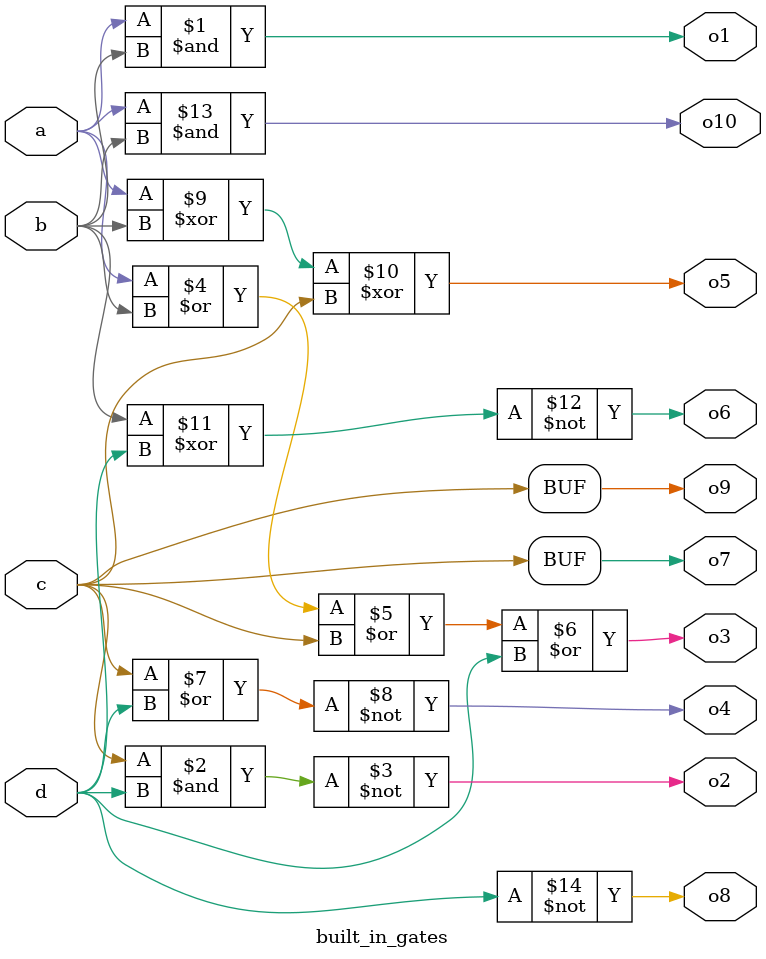
<source format=v>
`timescale 1us/1ns

module built_in_gates (
    input a, b, c, d,
    output o1, o2, o3, o4, o5, o6, o7, o8, o9, o10
);

// Gates without delays

and and1 (o1, a, b);
nand nand1 (o2, c, d);
or or1 (o3, a, b, c, d);
nor nor1 (o4, c, d);
xor xor1 (o5, a, b, c);
xnor xnor1 (o6, b, d);
buf buf1 (o7, c);
not not1 (o8, d);

// Gates with delays

buf #0.1 buf_dly (o9, c);
and #0.2 and_dly (o10, a, b);

    
endmodule
</source>
